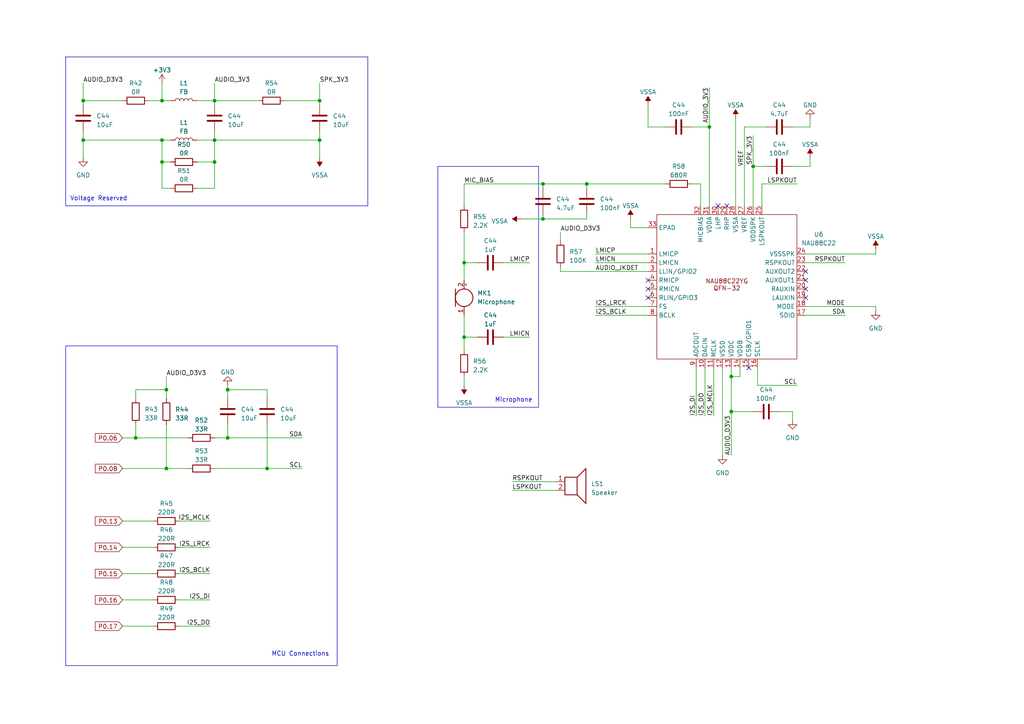
<source format=kicad_sch>
(kicad_sch (version 20230121) (generator eeschema)
  (paper "A4")
  (title_block (title "NAU88C22 Codec Schematic") (date "2023-07-05") (rev "V1.0") (company "None") (comment 1 "Author : Turgay Hopal"))
  (lib_symbols
    (symbol "Device:C" (pin_numbers hide) (pin_names (offset 0.254))
      (property "Reference" "C" (at 0.635 2.54 0))
      (property "Value" "C" (at 0.635 -2.54 0))
      (symbol "C_0_1"
        (polyline (pts (xy -2.032 -0.762) (xy 2.032 -0.762)) (stroke (width 0.508)))
        (polyline (pts (xy -2.032 0.762) (xy 2.032 0.762)) (stroke (width 0.508)))
      )
      (symbol "C_1_1"
        (pin passive line (at 0 3.81 270) (length 2.794) (name "~") (number "1"))
        (pin passive line (at 0 -3.81 90) (length 2.794) (name "~") (number "2"))
      )
    )
    (symbol "Device:L" (pin_numbers hide) (pin_names (offset 1.016) hide)
      (property "Reference" "L" (at -1.27 0 90))
      (property "Value" "L" (at 1.905 0 90))
      (symbol "L_0_1"
        (arc (start 0 -2.54) (mid 0.6323 -1.905) (end 0 -1.27))
        (arc (start 0 -1.27) (mid 0.6323 -0.635) (end 0 0))
        (arc (start 0 0) (mid 0.6323 0.635) (end 0 1.27))
        (arc (start 0 1.27) (mid 0.6323 1.905) (end 0 2.54))
      )
      (symbol "L_1_1"
        (pin passive line (at 0 3.81 270) (length 1.27) (name "1") (number "1"))
        (pin passive line (at 0 -3.81 90) (length 1.27) (name "2") (number "2"))
      )
    )
    (symbol "Device:Microphone" (pin_names (offset 0.0254) hide)
      (property "Reference" "MK" (at -3.81 1.27 0))
      (property "Value" "Microphone" (at -3.81 -0.635 0))
      (symbol "Microphone_0_1"
        (polyline (pts (xy -2.54 2.54) (xy -2.54 -2.54)) (stroke (width 0.254)))
        (polyline (pts (xy 0.254 3.81) (xy 0.762 3.81)))
        (polyline (pts (xy 0.508 4.064) (xy 0.508 3.556)))
        (circle (center 0 0) (radius 2.54) (stroke (width 0.254)))
      )
      (symbol "Microphone_1_1"
        (pin passive line (at 0 -5.08 90) (length 2.54) (name "-") (number "1"))
        (pin passive line (at 0 5.08 270) (length 2.54) (name "+") (number "2"))
      )
    )
    (symbol "Device:R" (pin_numbers hide) (pin_names (offset 0))
      (property "Reference" "R" (at 2.032 0 90))
      (property "Value" "R" (at 0 0 90))
      (symbol "R_0_1"
        (rectangle (start -1.016 -2.54) (end 1.016 2.54) (stroke (width 0.254)))
      )
      (symbol "R_1_1"
        (pin passive line (at 0 3.81 270) (length 1.27) (name "~") (number "1"))
        (pin passive line (at 0 -3.81 90) (length 1.27) (name "~") (number "2"))
      )
    )
    (symbol "Device:Speaker" (pin_names (offset 0) hide)
      (property "Reference" "LS" (at 1.27 5.715 0))
      (property "Value" "Speaker" (at 1.27 3.81 0))
      (symbol "Speaker_0_0"
        (rectangle (start -2.54 1.27) (end 1.016 -3.81) (stroke (width 0.254)))
        (polyline (pts (xy 1.016 1.27) (xy 3.556 3.81) (xy 3.556 -6.35) (xy 1.016 -3.81)) (stroke (width 0.254)))
      )
      (symbol "Speaker_1_1"
        (pin input line (at -5.08 0 0) (length 2.54) (name "1") (number "1"))
        (pin input line (at -5.08 -2.54 0) (length 2.54) (name "2") (number "2"))
      )
    )
    (symbol "NAU88C22:NAU88C22"
      (property "Reference" "U?" (at 19.05 -22.86 0))
      (property "Value" "NAU88C22" (at -8.89 -1.27 0))
      (symbol "NAU88C22_0_1"
        (rectangle (start -20.32 20.32) (end 20.32 -21.59))
      )
      (symbol "NAU88C22_1_1"
        (text "NAU88C22YG\nQFN-32" (at 0 0 0) (effects (font (size 1.27 1.27))))
        (pin input line (at -22.86 8.89 0) (length 2.54) (name "LMICP") (number "1"))
        (pin input line (at -6.35 -24.13 90) (length 2.54) (name "DACIN") (number "10"))
        (pin input line (at -3.81 -24.13 90) (length 2.54) (name "MCLK") (number "11"))
        (pin input line (at -1.27 -24.13 90) (length 2.54) (name "VSSD") (number "12"))
        (pin input line (at 1.27 -24.13 90) (length 2.54) (name "VDDC") (number "13"))
        (pin input line (at 3.81 -24.13 90) (length 2.54) (name "VDDB") (number "14"))
        (pin input line (at 6.35 -24.13 90) (length 2.54) (name "CSB/GPIO1") (number "15"))
        (pin input line (at 8.89 -24.13 90) (length 2.54) (name "SCLK") (number "16"))
        (pin input line (at 22.86 -8.89 180) (length 2.54) (name "SDIO") (number "17"))
        (pin input line (at 22.86 -6.35 180) (length 2.54) (name "MODE") (number "18"))
        (pin input line (at 22.86 -3.81 180) (length 2.54) (name "LAUXIN") (number "19"))
        (pin input line (at -22.86 6.35 0) (length 2.54) (name "LMICN") (number "2"))
        (pin input line (at 22.86 -1.27 180) (length 2.54) (name "RAUXIN") (number "20"))
        (pin input line (at 22.86 1.27 180) (length 2.54) (name "AUXOUT1") (number "21"))
        (pin input line (at 22.86 3.81 180) (length 2.54) (name "AUXOUT2") (number "22"))
        (pin input line (at 22.86 6.35 180) (length 2.54) (name "RSPKOUT") (number "23"))
        (pin input line (at 22.86 8.89 180) (length 2.54) (name "VSSSPK") (number "24"))
        (pin input line (at 10.16 22.86 270) (length 2.54) (name "LSPKOUT") (number "25"))
        (pin input line (at 7.62 22.86 270) (length 2.54) (name "VDDSPK") (number "26"))
        (pin input line (at 5.08 22.86 270) (length 2.54) (name "VREF") (number "27"))
        (pin input line (at 2.54 22.86 270) (length 2.54) (name "VSSA") (number "28"))
        (pin input line (at 0 22.86 270) (length 2.54) (name "RHP") (number "29"))
        (pin input line (at -22.86 3.81 0) (length 2.54) (name "LLIN/GPIO2") (number "3"))
        (pin input line (at -2.54 22.86 270) (length 2.54) (name "LHP") (number "30"))
        (pin input line (at -5.08 22.86 270) (length 2.54) (name "VDDA") (number "31"))
        (pin input line (at -7.62 22.86 270) (length 2.54) (name "MICBIAS") (number "32"))
        (pin input line (at -22.86 16.51 0) (length 2.54) (name "EPAD") (number "33"))
        (pin input line (at -22.86 1.27 0) (length 2.54) (name "RMICP") (number "4"))
        (pin input line (at -22.86 -1.27 0) (length 2.54) (name "RMICN") (number "5"))
        (pin input line (at -22.86 -3.81 0) (length 2.54) (name "RLIN/GPIO3") (number "6"))
        (pin input line (at -22.86 -6.35 0) (length 2.54) (name "FS") (number "7"))
        (pin input line (at -22.86 -8.89 0) (length 2.54) (name "BCLK") (number "8"))
        (pin input line (at -8.89 -24.13 90) (length 2.54) (name "ADCOUT") (number "9"))
      )
    )
    (symbol "power:+3V3" (power) (pin_names (offset 0))
      (property "Value" "+3V3" (at 0 3.556 0))
      (symbol "+3V3_0_1"
        (polyline (pts (xy -0.762 1.27) (xy 0 2.54)))
        (polyline (pts (xy 0 0) (xy 0 2.54)))
        (polyline (pts (xy 0 2.54) (xy 0.762 1.27)))
      )
      (symbol "+3V3_1_1"
        (pin power_in line (at 0 0 90) (length 0) hide (name "+3V3") (number "1"))
      )
    )
    (symbol "power:GND" (power) (pin_names (offset 0))
      (property "Value" "GND" (at 0 -3.81 0))
      (symbol "GND_0_1"
        (polyline (pts (xy 0 0) (xy 0 -1.27) (xy 1.27 -1.27) (xy 0 -2.54) (xy -1.27 -1.27) (xy 0 -1.27)))
      )
      (symbol "GND_1_1"
        (pin power_in line (at 0 0 270) (length 0) hide (name "GND") (number "1"))
      )
    )
    (symbol "power:VSSA" (power) (pin_names (offset 0))
      (property "Value" "VSSA" (at 0 3.81 0))
      (symbol "VSSA_0_1"
        (polyline (pts (xy 0 0) (xy 0 2.54)))
        (polyline (pts (xy 0.762 1.27) (xy -0.762 1.27) (xy 0 2.54) (xy 0.762 1.27)) (fill (type outline)))
      )
      (symbol "VSSA_1_1"
        (pin power_in line (at 0 0 90) (length 0) hide (name "VSSA") (number "1"))
      )
    )
  )
  (junction (at 212.09 109.22))
  (junction (at 48.26 113.03))
  (junction (at 62.23 40.64))
  (junction (at 134.62 97.79))
  (junction (at 218.44 48.26))
  (junction (at 62.23 29.21))
  (junction (at 77.47 135.89))
  (junction (at 205.74 36.83))
  (junction (at 157.48 53.34))
  (junction (at 66.04 127))
  (junction (at 46.99 40.64))
  (junction (at 92.71 40.64))
  (junction (at 212.09 119.38))
  (junction (at 46.99 29.21))
  (junction (at 170.18 53.34))
  (junction (at 39.37 127))
  (junction (at 134.62 76.2))
  (junction (at 92.71 29.21))
  (junction (at 24.13 29.21))
  (junction (at 24.13 40.64))
  (junction (at 62.23 46.99))
  (junction (at 66.04 113.03))
  (junction (at 157.48 63.5))
  (junction (at 46.99 46.99))
  (junction (at 48.26 135.89))
  (no_connect (at 233.68 83.82))
  (no_connect (at 208.28 59.69))
  (no_connect (at 187.96 86.36))
  (no_connect (at 233.68 86.36))
  (no_connect (at 187.96 81.28))
  (no_connect (at 210.82 59.69))
  (no_connect (at 233.68 78.74))
  (no_connect (at 187.96 83.82))
  (no_connect (at 217.17 106.68))
  (no_connect (at 233.68 81.28))
  (wire (pts (xy 134.62 76.2) (xy 138.43 76.2)))
  (wire (pts (xy 49.53 46.99) (xy 46.99 46.99)))
  (wire (pts (xy 77.47 113.03) (xy 77.47 115.57)))
  (wire (pts (xy 214.63 109.22) (xy 214.63 106.68)))
  (wire (pts (xy 233.68 91.44) (xy 245.11 91.44)))
  (wire (pts (xy 77.47 123.19) (xy 77.47 135.89)))
  (wire (pts (xy 35.56 151.13) (xy 44.45 151.13)))
  (wire (pts (xy 24.13 40.64) (xy 24.13 45.72)))
  (wire (pts (xy 60.96 166.37) (xy 52.07 166.37)))
  (wire (pts (xy 46.99 24.13) (xy 46.99 29.21)))
  (wire (pts (xy 212.09 119.38) (xy 218.44 119.38)))
  (wire (pts (xy 200.66 53.34) (xy 203.2 53.34)))
  (polyline (pts (xy 19.05 193.04) (xy 97.79 193.04)))
  (wire (pts (xy 172.72 73.66) (xy 187.96 73.66)))
  (polyline (pts (xy 106.68 16.51) (xy 106.68 59.69)))
  (wire (pts (xy 24.13 24.13) (xy 24.13 29.21)))
  (wire (pts (xy 231.14 111.76) (xy 219.71 111.76)))
  (wire (pts (xy 46.99 54.61) (xy 46.99 46.99)))
  (wire (pts (xy 203.2 53.34) (xy 203.2 59.69)))
  (wire (pts (xy 60.96 173.99) (xy 52.07 173.99)))
  (wire (pts (xy 35.56 181.61) (xy 44.45 181.61)))
  (wire (pts (xy 234.95 36.83) (xy 234.95 34.29)))
  (wire (pts (xy 220.98 53.34) (xy 220.98 59.69)))
  (wire (pts (xy 162.56 67.31) (xy 162.56 69.85)))
  (wire (pts (xy 24.13 29.21) (xy 24.13 30.48)))
  (wire (pts (xy 24.13 40.64) (xy 46.99 40.64)))
  (wire (pts (xy 212.09 109.22) (xy 214.63 109.22)))
  (wire (pts (xy 24.13 29.21) (xy 35.56 29.21)))
  (wire (pts (xy 60.96 158.75) (xy 52.07 158.75)))
  (wire (pts (xy 43.18 29.21) (xy 46.99 29.21)))
  (wire (pts (xy 182.88 66.04) (xy 187.96 66.04)))
  (wire (pts (xy 212.09 119.38) (xy 212.09 132.08)))
  (wire (pts (xy 153.67 97.79) (xy 146.05 97.79)))
  (wire (pts (xy 187.96 36.83) (xy 193.04 36.83)))
  (wire (pts (xy 134.62 67.31) (xy 134.62 76.2)))
  (wire (pts (xy 35.56 166.37) (xy 44.45 166.37)))
  (wire (pts (xy 254 88.9) (xy 254 90.17)))
  (wire (pts (xy 148.59 139.7) (xy 161.29 139.7)))
  (wire (pts (xy 148.59 142.24) (xy 161.29 142.24)))
  (wire (pts (xy 226.06 119.38) (xy 229.87 119.38)))
  (wire (pts (xy 134.62 76.2) (xy 134.62 81.28)))
  (wire (pts (xy 205.74 25.4) (xy 205.74 36.83)))
  (wire (pts (xy 46.99 40.64) (xy 46.99 46.99)))
  (wire (pts (xy 39.37 113.03) (xy 39.37 115.57)))
  (wire (pts (xy 60.96 181.61) (xy 52.07 181.61)))
  (wire (pts (xy 62.23 40.64) (xy 92.71 40.64)))
  (wire (pts (xy 233.68 76.2) (xy 245.11 76.2)))
  (wire (pts (xy 205.74 36.83) (xy 200.66 36.83)))
  (polyline (pts (xy 19.05 59.69) (xy 106.68 59.69)))
  (polyline (pts (xy 127 48.26) (xy 156.21 48.26)))
  (wire (pts (xy 62.23 40.64) (xy 62.23 38.1)))
  (wire (pts (xy 219.71 111.76) (xy 219.71 106.68)))
  (wire (pts (xy 207.01 106.68) (xy 207.01 120.65)))
  (wire (pts (xy 39.37 123.19) (xy 39.37 127)))
  (wire (pts (xy 57.15 29.21) (xy 62.23 29.21)))
  (wire (pts (xy 66.04 127) (xy 87.63 127)))
  (wire (pts (xy 49.53 54.61) (xy 46.99 54.61)))
  (wire (pts (xy 66.04 113.03) (xy 77.47 113.03)))
  (wire (pts (xy 35.56 135.89) (xy 48.26 135.89)))
  (wire (pts (xy 62.23 46.99) (xy 62.23 40.64)))
  (wire (pts (xy 48.26 123.19) (xy 48.26 135.89)))
  (wire (pts (xy 205.74 36.83) (xy 205.74 59.69)))
  (wire (pts (xy 215.9 36.83) (xy 222.25 36.83)))
  (wire (pts (xy 146.05 76.2) (xy 153.67 76.2)))
  (wire (pts (xy 134.62 97.79) (xy 134.62 91.44)))
  (wire (pts (xy 213.36 34.29) (xy 213.36 59.69)))
  (wire (pts (xy 218.44 59.69) (xy 218.44 48.26)))
  (wire (pts (xy 35.56 173.99) (xy 44.45 173.99)))
  (wire (pts (xy 46.99 40.64) (xy 49.53 40.64)))
  (wire (pts (xy 231.14 53.34) (xy 220.98 53.34)))
  (wire (pts (xy 92.71 24.13) (xy 92.71 29.21)))
  (wire (pts (xy 66.04 111.76) (xy 66.04 113.03)))
  (polyline (pts (xy 156.21 118.11) (xy 156.21 48.26)))
  (wire (pts (xy 138.43 97.79) (xy 134.62 97.79)))
  (wire (pts (xy 172.72 76.2) (xy 187.96 76.2)))
  (wire (pts (xy 157.48 62.23) (xy 157.48 63.5)))
  (wire (pts (xy 48.26 109.22) (xy 48.26 113.03)))
  (wire (pts (xy 39.37 127) (xy 54.61 127)))
  (wire (pts (xy 134.62 109.22) (xy 134.62 111.76)))
  (wire (pts (xy 60.96 151.13) (xy 52.07 151.13)))
  (wire (pts (xy 229.87 119.38) (xy 229.87 121.92)))
  (wire (pts (xy 187.96 30.48) (xy 187.96 36.83)))
  (wire (pts (xy 170.18 63.5) (xy 170.18 62.23)))
  (wire (pts (xy 46.99 29.21) (xy 49.53 29.21)))
  (wire (pts (xy 92.71 40.64) (xy 92.71 45.72)))
  (wire (pts (xy 209.55 106.68) (xy 209.55 132.08)))
  (wire (pts (xy 57.15 46.99) (xy 62.23 46.99)))
  (wire (pts (xy 212.09 109.22) (xy 212.09 119.38)))
  (wire (pts (xy 66.04 113.03) (xy 66.04 115.57)))
  (wire (pts (xy 215.9 36.83) (xy 215.9 59.69)))
  (wire (pts (xy 62.23 29.21) (xy 74.93 29.21)))
  (wire (pts (xy 57.15 54.61) (xy 62.23 54.61)))
  (wire (pts (xy 57.15 40.64) (xy 62.23 40.64)))
  (wire (pts (xy 234.95 45.72) (xy 234.95 48.26)))
  (wire (pts (xy 172.72 91.44) (xy 187.96 91.44)))
  (wire (pts (xy 92.71 40.64) (xy 92.71 38.1)))
  (wire (pts (xy 77.47 135.89) (xy 87.63 135.89)))
  (polyline (pts (xy 19.05 16.51) (xy 106.68 16.51)))
  (wire (pts (xy 62.23 29.21) (xy 62.23 30.48)))
  (wire (pts (xy 48.26 113.03) (xy 39.37 113.03)))
  (polyline (pts (xy 127 118.11) (xy 156.21 118.11)))
  (polyline (pts (xy 19.05 100.33) (xy 97.79 100.33)))
  (wire (pts (xy 254 72.39) (xy 254 73.66)))
  (wire (pts (xy 229.87 36.83) (xy 234.95 36.83)))
  (wire (pts (xy 92.71 29.21) (xy 82.55 29.21)))
  (polyline (pts (xy 127 48.26) (xy 127 118.11)))
  (wire (pts (xy 151.13 63.5) (xy 157.48 63.5)))
  (wire (pts (xy 62.23 135.89) (xy 77.47 135.89)))
  (wire (pts (xy 48.26 135.89) (xy 54.61 135.89)))
  (wire (pts (xy 254 73.66) (xy 233.68 73.66)))
  (wire (pts (xy 170.18 53.34) (xy 170.18 54.61)))
  (wire (pts (xy 218.44 39.37) (xy 218.44 48.26)))
  (wire (pts (xy 62.23 127) (xy 66.04 127)))
  (wire (pts (xy 35.56 127) (xy 39.37 127)))
  (wire (pts (xy 234.95 48.26) (xy 229.87 48.26)))
  (wire (pts (xy 48.26 113.03) (xy 48.26 115.57)))
  (wire (pts (xy 35.56 158.75) (xy 44.45 158.75)))
  (wire (pts (xy 204.47 106.68) (xy 204.47 120.65)))
  (wire (pts (xy 172.72 88.9) (xy 187.96 88.9)))
  (wire (pts (xy 92.71 30.48) (xy 92.71 29.21)))
  (wire (pts (xy 201.93 106.68) (xy 201.93 120.65)))
  (wire (pts (xy 134.62 53.34) (xy 157.48 53.34)))
  (wire (pts (xy 134.62 59.69) (xy 134.62 53.34)))
  (wire (pts (xy 162.56 78.74) (xy 162.56 77.47)))
  (polyline (pts (xy 19.05 59.69) (xy 19.05 16.51)))
  (wire (pts (xy 24.13 38.1) (xy 24.13 40.64)))
  (wire (pts (xy 212.09 106.68) (xy 212.09 109.22)))
  (wire (pts (xy 182.88 63.5) (xy 182.88 66.04)))
  (polyline (pts (xy 19.05 100.33) (xy 19.05 193.04)))
  (wire (pts (xy 134.62 97.79) (xy 134.62 101.6)))
  (wire (pts (xy 62.23 24.13) (xy 62.23 29.21)))
  (wire (pts (xy 157.48 53.34) (xy 157.48 54.61)))
  (wire (pts (xy 193.04 53.34) (xy 170.18 53.34)))
  (wire (pts (xy 62.23 54.61) (xy 62.23 46.99)))
  (wire (pts (xy 66.04 123.19) (xy 66.04 127)))
  (wire (pts (xy 170.18 53.34) (xy 157.48 53.34)))
  (wire (pts (xy 157.48 63.5) (xy 170.18 63.5)))
  (polyline (pts (xy 97.79 193.04) (xy 97.79 100.33)))
  (wire (pts (xy 162.56 78.74) (xy 187.96 78.74)))
  (wire (pts (xy 218.44 48.26) (xy 222.25 48.26)))
  (wire (pts (xy 233.68 88.9) (xy 254 88.9)))
  (text "MCU Connections" (at 78.74 190.5 0) (effects (font (size 1.27 1.27)) (justify left bottom)))
  (text "Microphone" (at 143.51 116.84 0) (effects (font (size 1.27 1.27)) (justify left bottom)))
  (text "Voltage Reserved" (at 20.32 58.42 0) (effects (font (size 1.27 1.27)) (justify left bottom)))
  (label "SDA" (at 87.63 127 180))
  (label "RSPKOUT" (at 245.11 76.2 180))
  (label "AUDIO_3V3" (at 205.74 25.4 270))
  (label "I2S_LRCK" (at 172.72 88.9 0))
  (label "SPK_3V3" (at 218.44 39.37 270))
  (label "LSPKOUT" (at 231.14 53.34 180))
  (label "RSPKOUT" (at 148.59 139.7 0))
  (label "I2S_BCLK" (at 60.96 166.37 180))
  (label "I2S_MCLK" (at 207.01 120.65 90))
  (label "SDA" (at 245.11 91.44 180))
  (label "AUDIO_JKDET" (at 172.72 78.74 0))
  (label "VREF" (at 215.9 48.26 90))
  (label "SPK_3V3" (at 92.71 24.13 0))
  (label "AUDIO_D3V3" (at 162.56 67.31 0))
  (label "LMICN" (at 172.72 76.2 0))
  (label "LMICN" (at 153.67 97.79 180))
  (label "SCL" (at 87.63 135.89 180))
  (label "LMICP" (at 172.72 73.66 0))
  (label "I2S_MCLK" (at 60.96 151.13 180))
  (label "I2S_DI" (at 201.93 120.65 90))
  (label "I2S_DI" (at 60.96 173.99 180))
  (label "LSPKOUT" (at 148.59 142.24 0))
  (label "LMICP" (at 153.67 76.2 180))
  (label "I2S_DO" (at 60.96 181.61 180))
  (label "I2S_BCLK" (at 172.72 91.44 0))
  (label "MODE" (at 245.11 88.9 180))
  (label "I2S_DO" (at 204.47 120.65 90))
  (label "AUDIO_D3V3" (at 48.26 109.22 0))
  (label "AUDIO_D3V3" (at 212.09 132.08 90))
  (label "I2S_LRCK" (at 60.96 158.75 180))
  (label "AUDIO_3V3" (at 62.23 24.13 0))
  (label "MIC_BIAS" (at 134.62 53.34 0))
  (label "AUDIO_D3V3" (at 24.13 24.13 0))
  (label "SCL" (at 231.14 111.76 180))
  (global_label "P0.15" (shape input) (at 35.56 166.37 180) (property "Intersheetrefs" "${INTERSHEET_REFS}" (effects hide)))
  (global_label "P0.17" (shape input) (at 35.56 181.61 180) (property "Intersheetrefs" "${INTERSHEET_REFS}" (effects hide)))
  (global_label "P0.16" (shape input) (at 35.56 173.99 180) (property "Intersheetrefs" "${INTERSHEET_REFS}" (effects hide)))
  (global_label "P0.14" (shape input) (at 35.56 158.75 180) (property "Intersheetrefs" "${INTERSHEET_REFS}" (effects hide)))
  (global_label "P0.06" (shape input) (at 35.56 127 180) (property "Intersheetrefs" "${INTERSHEET_REFS}" (effects hide)))
  (global_label "P0.08" (shape input) (at 35.56 135.89 180) (property "Intersheetrefs" "${INTERSHEET_REFS}" (effects hide)))
  (global_label "P0.13" (shape input) (at 35.56 151.13 180) (property "Intersheetrefs" "${INTERSHEET_REFS}" (effects hide)))
  (symbol (lib_id "Device:C") (at 142.24 76.2 90) (unit 1)
    (property "Reference" "C44" (at 142.24 69.85 90))
    (property "Value" "1uF" (at 142.24 72.39 90))
    (property "Footprint" "Capacitor_SMD:C_0603_1608Metric" (effects hide))
    (instances (project "DeskSandGlass" (path "" (reference "C44") (unit 1)) (path "" (reference "C28") (unit 1))))
  )
  (symbol (lib_id "Device:R") (at 162.56 73.66 0) (unit 1)
    (property "Reference" "R57" (at 165.1 73.025 0) (effects (justify left)))
    (property "Value" "100K" (at 165.1 75.565 0) (effects (justify left)))
    (property "Footprint" "Resistor_SMD:R_0603_1608Metric" (effects hide))
  )
  (symbol (lib_id "power:GND") (at 66.04 111.76 180) (unit 1)
    (property "Reference" "#PWR071" (effects hide))
    (property "Value" "GND" (at 66.04 107.95 0))
  )
  (symbol (lib_id "Device:C") (at 142.24 97.79 90) (unit 1)
    (property "Reference" "C44" (at 142.24 91.44 90))
    (property "Value" "1uF" (at 142.24 93.98 90))
    (property "Footprint" "Capacitor_SMD:C_0603_1608Metric" (effects hide))
    (instances (project "DeskSandGlass" (path "" (reference "C44") (unit 1)) (path "" (reference "C29") (unit 1))))
  )
  (symbol (lib_id "Device:R") (at 53.34 46.99 270) (unit 1)
    (property "Reference" "R50" (at 53.34 41.91 90))
    (property "Value" "0R" (at 53.34 44.45 90))
    (property "Footprint" "Resistor_SMD:R_0603_1608Metric" (effects hide))
  )
  (symbol (lib_id "Device:Microphone") (at 134.62 86.36 0) (unit 1)
    (property "Reference" "MK1" (at 138.43 85.0265 0) (effects (justify left)))
    (property "Value" "Microphone" (at 138.43 87.5665 0) (effects (justify left)))
    (property "Footprint" "Footprints:MIC_CMA-4544PF-W" (effects hide))
  )
  (symbol (lib_id "power:VSSA") (at 92.71 45.72 180) (unit 1)
    (property "Reference" "#PWR072" (effects hide))
    (property "Value" "VSSA" (at 92.71 50.8 0))
  )
  (symbol (lib_id "Device:C") (at 157.48 58.42 0) (unit 1)
    (property "Reference" "C44" (at 161.29 57.785 0) (effects (justify left)))
    (property "Value" "4.7uF" (at 161.29 60.325 0) (effects (justify left)))
    (property "Footprint" "Capacitor_SMD:C_0603_1608Metric" (effects hide))
    (instances (project "DeskSandGlass" (path "" (reference "C44") (unit 1)) (path "" (reference "C30") (unit 1))))
  )
  (symbol (lib_id "Device:C") (at 77.47 119.38 180) (unit 1)
    (property "Reference" "C44" (at 81.28 118.745 0) (effects (justify right)))
    (property "Value" "10uF" (at 81.28 121.285 0) (effects (justify right)))
    (property "Footprint" "Capacitor_SMD:C_0603_1608Metric" (effects hide))
    (instances (project "DeskSandGlass" (path "" (reference "C44") (unit 1)) (path "" (reference "C26") (unit 1))))
  )
  (symbol (lib_id "Device:R") (at 196.85 53.34 270) (unit 1)
    (property "Reference" "R58" (at 196.85 48.26 90))
    (property "Value" "680R" (at 196.85 50.8 90))
    (property "Footprint" "Resistor_SMD:R_0603_1608Metric" (effects hide))
  )
  (symbol (lib_id "power:GND") (at 229.87 121.92 0) (unit 1)
    (property "Reference" "#PWR079" (effects hide))
    (property "Value" "GND" (at 229.87 127 0))
  )
  (symbol (lib_id "Device:R") (at 48.26 158.75 90) (unit 1)
    (property "Reference" "R46" (at 48.26 153.67 90))
    (property "Value" "220R" (at 48.26 156.21 90))
    (property "Footprint" "Resistor_SMD:R_0603_1608Metric" (effects hide))
  )
  (symbol (lib_id "Device:R") (at 48.26 119.38 180) (unit 1)
    (property "Reference" "R44" (at 50.8 118.745 0) (effects (justify right)))
    (property "Value" "33R" (at 50.8 121.285 0) (effects (justify right)))
    (property "Footprint" "Resistor_SMD:R_0603_1608Metric" (effects hide))
  )
  (symbol (lib_id "Device:C") (at 24.13 34.29 180) (unit 1)
    (property "Reference" "C44" (at 27.94 33.655 0) (effects (justify right)))
    (property "Value" "10uF" (at 27.94 36.195 0) (effects (justify right)))
    (property "Footprint" "Capacitor_SMD:C_0603_1608Metric" (effects hide))
    (instances (project "DeskSandGlass" (path "" (reference "C44") (unit 1)) (path "" (reference "C23") (unit 1))))
  )
  (symbol (lib_id "Device:R") (at 48.26 181.61 90) (unit 1)
    (property "Reference" "R49" (at 48.26 176.53 90))
    (property "Value" "220R" (at 48.26 179.07 90))
    (property "Footprint" "Resistor_SMD:R_0603_1608Metric" (effects hide))
  )
  (symbol (lib_id "Device:L") (at 53.34 29.21 90) (unit 1)
    (property "Reference" "L1" (at 53.34 24.13 90))
    (property "Value" "FB" (at 53.34 26.67 90))
    (property "Footprint" "Inductor_SMD:L_0603_1608Metric" (effects hide))
    (instances (project "DeskSandGlass" (path "" (reference "L1") (unit 1)) (path "" (reference "L5") (unit 1)) (path "" (reference "L2") (unit 1))))
  )
  (symbol (lib_id "power:VSSA") (at 187.96 30.48 0) (unit 1)
    (property "Reference" "#PWR076" (effects hide))
    (property "Value" "VSSA" (at 187.96 26.67 0))
  )
  (symbol (lib_id "Device:C") (at 62.23 34.29 180) (unit 1)
    (property "Reference" "C44" (at 66.04 33.655 0) (effects (justify right)))
    (property "Value" "10uF" (at 66.04 36.195 0) (effects (justify right)))
    (property "Footprint" "Capacitor_SMD:C_0603_1608Metric" (effects hide))
    (instances (project "DeskSandGlass" (path "" (reference "C44") (unit 1)) (path "" (reference "C24") (unit 1))))
  )
  (symbol (lib_id "Device:C") (at 196.85 36.83 270) (unit 1)
    (property "Reference" "C44" (at 196.85 30.48 90))
    (property "Value" "100nF" (at 196.85 33.02 90))
    (property "Footprint" "Capacitor_SMD:C_0603_1608Metric" (effects hide))
    (instances (project "DeskSandGlass" (path "" (reference "C44") (unit 1)) (path "" (reference "C32") (unit 1))))
  )
  (symbol (lib_id "Device:R") (at 53.34 54.61 270) (unit 1)
    (property "Reference" "R51" (at 53.34 49.53 90))
    (property "Value" "0R" (at 53.34 52.07 90))
    (property "Footprint" "Resistor_SMD:R_0603_1608Metric" (effects hide))
  )
  (symbol (lib_id "Device:R") (at 134.62 105.41 0) (unit 1)
    (property "Reference" "R56" (at 137.16 104.775 0) (effects (justify left)))
    (property "Value" "2.2K" (at 137.16 107.315 0) (effects (justify left)))
    (property "Footprint" "Resistor_SMD:R_0603_1608Metric" (effects hide))
  )
  (symbol (lib_id "Device:R") (at 48.26 173.99 90) (unit 1)
    (property "Reference" "R48" (at 48.26 168.91 90))
    (property "Value" "220R" (at 48.26 171.45 90))
    (property "Footprint" "Resistor_SMD:R_0603_1608Metric" (effects hide))
  )
  (symbol (lib_id "Device:R") (at 78.74 29.21 270) (unit 1)
    (property "Reference" "R54" (at 78.74 24.13 90))
    (property "Value" "0R" (at 78.74 26.67 90))
    (property "Footprint" "Resistor_SMD:R_0603_1608Metric" (effects hide))
  )
  (symbol (lib_id "NAU88C22:NAU88C22") (at 210.82 82.55 0) (unit 1)
    (property "Reference" "U6" (at 237.49 67.9703 0))
    (property "Value" "NAU88C22" (at 237.49 70.5103 0))
    (property "Footprint" "Package_DFN_QFN:QFN-32-1EP_4x4mm_P0.4mm_EP2.9x2.9mm" (effects hide))
    (property "Datasheet" "https://cdn.ozdisan.com/ETicaret_Dosya/529322_154109.pdf" (effects hide))
  )
  (symbol (lib_id "power:VSSA") (at 182.88 63.5 0) (unit 1)
    (property "Reference" "#PWR075" (effects hide))
    (property "Value" "VSSA" (at 182.88 59.69 0))
  )
  (symbol (lib_id "Device:R") (at 134.62 63.5 0) (unit 1)
    (property "Reference" "R55" (at 137.16 62.865 0) (effects (justify left)))
    (property "Value" "2.2K" (at 137.16 65.405 0) (effects (justify left)))
    (property "Footprint" "Resistor_SMD:R_0603_1608Metric" (effects hide))
  )
  (symbol (lib_id "Device:R") (at 48.26 151.13 90) (unit 1)
    (property "Reference" "R45" (at 48.26 146.05 90))
    (property "Value" "220R" (at 48.26 148.59 90))
    (property "Footprint" "Resistor_SMD:R_0603_1608Metric" (effects hide))
  )
  (symbol (lib_id "Device:R") (at 39.37 29.21 270) (unit 1)
    (property "Reference" "R42" (at 39.37 24.13 90))
    (property "Value" "0R" (at 39.37 26.67 90))
    (property "Footprint" "Resistor_SMD:R_0603_1608Metric" (effects hide))
  )
  (symbol (lib_id "Device:C") (at 222.25 119.38 270) (unit 1)
    (property "Reference" "C44" (at 222.25 113.03 90))
    (property "Value" "100nF" (at 222.25 115.57 90))
    (property "Footprint" "Capacitor_SMD:C_0603_1608Metric" (effects hide))
    (instances (project "DeskSandGlass" (path "" (reference "C44") (unit 1)) (path "" (reference "C33") (unit 1))))
  )
  (symbol (lib_id "Device:R") (at 39.37 119.38 180) (unit 1)
    (property "Reference" "R43" (at 41.91 118.745 0) (effects (justify right)))
    (property "Value" "33R" (at 41.91 121.285 0) (effects (justify right)))
    (property "Footprint" "Resistor_SMD:R_0603_1608Metric" (effects hide))
  )
  (symbol (lib_id "Device:C") (at 226.06 48.26 270) (unit 1)
    (property "Reference" "C44" (at 226.06 41.91 90))
    (property "Value" "100nF" (at 226.06 44.45 90))
    (property "Footprint" "Capacitor_SMD:C_0603_1608Metric" (effects hide))
    (instances (project "DeskSandGlass" (path "" (reference "C44") (unit 1)) (path "" (reference "C35") (unit 1))))
  )
  (symbol (lib_id "power:GND") (at 24.13 45.72 0) (unit 1)
    (property "Reference" "#PWR069" (effects hide))
    (property "Value" "GND" (at 24.13 50.8 0))
  )
  (symbol (lib_id "power:GND") (at 254 90.17 0) (unit 1)
    (property "Reference" "#PWR083" (effects hide))
    (property "Value" "GND" (at 254 95.25 0))
  )
  (symbol (lib_id "power:GND") (at 234.95 34.29 180) (unit 1)
    (property "Reference" "#PWR080" (effects hide))
    (property "Value" "GND" (at 234.95 30.48 0))
  )
  (symbol (lib_id "power:VSSA") (at 134.62 111.76 180) (unit 1)
    (property "Reference" "#PWR073" (effects hide))
    (property "Value" "VSSA" (at 134.62 116.84 0))
  )
  (symbol (lib_id "power:GND") (at 209.55 132.08 0) (unit 1)
    (property "Reference" "#PWR077" (effects hide))
    (property "Value" "GND" (at 209.55 137.16 0))
  )
  (symbol (lib_id "power:VSSA") (at 151.13 63.5 90) (unit 1)
    (property "Reference" "#PWR074" (effects hide))
    (property "Value" "VSSA" (at 147.32 64.135 90) (effects (justify left)))
  )
  (symbol (lib_id "power:VSSA") (at 254 72.39 0) (unit 1)
    (property "Reference" "#PWR082" (effects hide))
    (property "Value" "VSSA" (at 254 68.58 0))
  )
  (symbol (lib_id "Device:R") (at 58.42 135.89 90) (unit 1)
    (property "Reference" "R53" (at 58.42 130.81 90))
    (property "Value" "33R" (at 58.42 133.35 90))
    (property "Footprint" "Resistor_SMD:R_0603_1608Metric" (effects hide))
  )
  (symbol (lib_id "power:VSSA") (at 234.95 45.72 0) (unit 1)
    (property "Reference" "#PWR081" (effects hide))
    (property "Value" "VSSA" (at 234.95 41.91 0))
  )
  (symbol (lib_id "Device:R") (at 48.26 166.37 90) (unit 1)
    (property "Reference" "R47" (at 48.26 161.29 90))
    (property "Value" "220R" (at 48.26 163.83 90))
    (property "Footprint" "Resistor_SMD:R_0603_1608Metric" (effects hide))
  )
  (symbol (lib_id "power:+3V3") (at 46.99 24.13 0) (unit 1)
    (property "Reference" "#PWR070" (effects hide))
    (property "Value" "+3V3" (at 46.99 20.32 0))
  )
  (symbol (lib_id "Device:R") (at 58.42 127 90) (unit 1)
    (property "Reference" "R52" (at 58.42 121.92 90))
    (property "Value" "33R" (at 58.42 124.46 90))
    (property "Footprint" "Resistor_SMD:R_0603_1608Metric" (effects hide))
  )
  (symbol (lib_id "power:VSSA") (at 213.36 34.29 0) (unit 1)
    (property "Reference" "#PWR078" (effects hide))
    (property "Value" "VSSA" (at 213.36 30.48 0))
  )
  (symbol (lib_id "Device:Speaker") (at 166.37 139.7 0) (unit 1)
    (property "Reference" "LS1" (at 171.45 140.335 0) (effects (justify left)))
    (property "Value" "Speaker" (at 171.45 142.875 0) (effects (justify left)))
    (property "Footprint" "Connector_PinHeader_2.54mm:PinHeader_1x02_P2.54mm_Vertical" (effects hide))
  )
  (symbol (lib_id "Device:C") (at 170.18 58.42 0) (unit 1)
    (property "Reference" "C44" (at 173.99 57.785 0) (effects (justify left)))
    (property "Value" "100nF" (at 173.99 60.325 0) (effects (justify left)))
    (property "Footprint" "Capacitor_SMD:C_0603_1608Metric" (effects hide))
    (instances (project "DeskSandGlass" (path "" (reference "C44") (unit 1)) (path "" (reference "C31") (unit 1))))
  )
  (symbol (lib_id "Device:L") (at 53.34 40.64 90) (unit 1)
    (property "Reference" "L1" (at 53.34 35.56 90))
    (property "Value" "FB" (at 53.34 38.1 90))
    (property "Footprint" "Inductor_SMD:L_0603_1608Metric" (effects hide))
    (instances (project "DeskSandGlass" (path "" (reference "L1") (unit 1)) (path "" (reference "L5") (unit 1)) (path "" (reference "L3") (unit 1))))
  )
  (symbol (lib_id "Device:C") (at 92.71 34.29 180) (unit 1)
    (property "Reference" "C44" (at 96.52 33.655 0) (effects (justify right)))
    (property "Value" "10uF" (at 96.52 36.195 0) (effects (justify right)))
    (property "Footprint" "Capacitor_SMD:C_0603_1608Metric" (effects hide))
    (instances (project "DeskSandGlass" (path "" (reference "C44") (unit 1)) (path "" (reference "C27") (unit 1))))
  )
  (symbol (lib_id "Device:C") (at 226.06 36.83 270) (unit 1)
    (property "Reference" "C44" (at 226.06 30.48 90))
    (property "Value" "4.7uF" (at 226.06 33.02 90))
    (property "Footprint" "Capacitor_SMD:C_0603_1608Metric" (effects hide))
    (instances (project "DeskSandGlass" (path "" (reference "C44") (unit 1)) (path "" (reference "C34") (unit 1))))
  )
  (symbol (lib_id "Device:C") (at 66.04 119.38 180) (unit 1)
    (property "Reference" "C44" (at 69.85 118.745 0) (effects (justify right)))
    (property "Value" "10uF" (at 69.85 121.285 0) (effects (justify right)))
    (property "Footprint" "Capacitor_SMD:C_0603_1608Metric" (effects hide))
    (instances (project "DeskSandGlass" (path "" (reference "C44") (unit 1)) (path "" (reference "C25") (unit 1))))
  )
)
</source>
